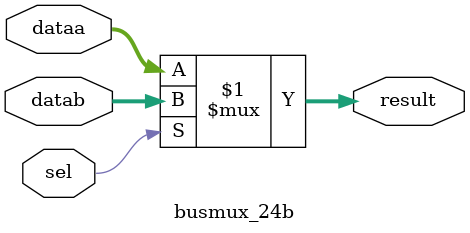
<source format=v>



module busmux_24b(sel,dataa,datab,result);
input sel;
input [23:0] dataa;
input [23:0] datab;
output [23:0] result;

assign	result=sel?datab:dataa;

endmodule

</source>
